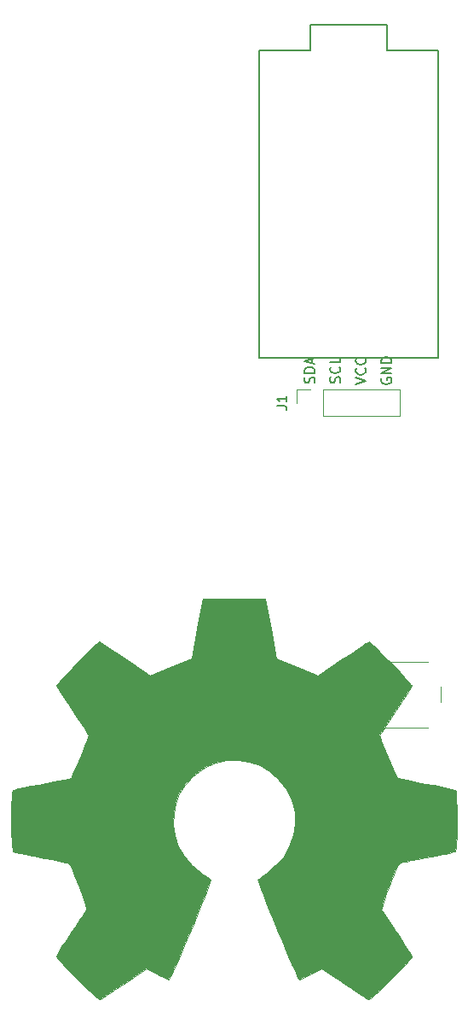
<source format=gbr>
G04 #@! TF.GenerationSoftware,KiCad,Pcbnew,(5.1.5)-3*
G04 #@! TF.CreationDate,2020-01-22T10:49:56+00:00*
G04 #@! TF.ProjectId,macro20,6d616372-6f32-4302-9e6b-696361645f70,rev?*
G04 #@! TF.SameCoordinates,Original*
G04 #@! TF.FileFunction,Legend,Top*
G04 #@! TF.FilePolarity,Positive*
%FSLAX46Y46*%
G04 Gerber Fmt 4.6, Leading zero omitted, Abs format (unit mm)*
G04 Created by KiCad (PCBNEW (5.1.5)-3) date 2020-01-22 10:49:56*
%MOMM*%
%LPD*%
G04 APERTURE LIST*
%ADD10C,0.150000*%
%ADD11C,0.010000*%
%ADD12C,0.120000*%
G04 APERTURE END LIST*
D10*
X152804761Y-85669285D02*
X152852380Y-85526428D01*
X152852380Y-85288333D01*
X152804761Y-85193095D01*
X152757142Y-85145476D01*
X152661904Y-85097857D01*
X152566666Y-85097857D01*
X152471428Y-85145476D01*
X152423809Y-85193095D01*
X152376190Y-85288333D01*
X152328571Y-85478809D01*
X152280952Y-85574047D01*
X152233333Y-85621666D01*
X152138095Y-85669285D01*
X152042857Y-85669285D01*
X151947619Y-85621666D01*
X151900000Y-85574047D01*
X151852380Y-85478809D01*
X151852380Y-85240714D01*
X151900000Y-85097857D01*
X152852380Y-84669285D02*
X151852380Y-84669285D01*
X151852380Y-84431190D01*
X151900000Y-84288333D01*
X151995238Y-84193095D01*
X152090476Y-84145476D01*
X152280952Y-84097857D01*
X152423809Y-84097857D01*
X152614285Y-84145476D01*
X152709523Y-84193095D01*
X152804761Y-84288333D01*
X152852380Y-84431190D01*
X152852380Y-84669285D01*
X152566666Y-83716904D02*
X152566666Y-83240714D01*
X152852380Y-83812142D02*
X151852380Y-83478809D01*
X152852380Y-83145476D01*
X155344761Y-85645476D02*
X155392380Y-85502619D01*
X155392380Y-85264523D01*
X155344761Y-85169285D01*
X155297142Y-85121666D01*
X155201904Y-85074047D01*
X155106666Y-85074047D01*
X155011428Y-85121666D01*
X154963809Y-85169285D01*
X154916190Y-85264523D01*
X154868571Y-85455000D01*
X154820952Y-85550238D01*
X154773333Y-85597857D01*
X154678095Y-85645476D01*
X154582857Y-85645476D01*
X154487619Y-85597857D01*
X154440000Y-85550238D01*
X154392380Y-85455000D01*
X154392380Y-85216904D01*
X154440000Y-85074047D01*
X155297142Y-84074047D02*
X155344761Y-84121666D01*
X155392380Y-84264523D01*
X155392380Y-84359761D01*
X155344761Y-84502619D01*
X155249523Y-84597857D01*
X155154285Y-84645476D01*
X154963809Y-84693095D01*
X154820952Y-84693095D01*
X154630476Y-84645476D01*
X154535238Y-84597857D01*
X154440000Y-84502619D01*
X154392380Y-84359761D01*
X154392380Y-84264523D01*
X154440000Y-84121666D01*
X154487619Y-84074047D01*
X155392380Y-83169285D02*
X155392380Y-83645476D01*
X154392380Y-83645476D01*
X156932380Y-85788333D02*
X157932380Y-85455000D01*
X156932380Y-85121666D01*
X157837142Y-84216904D02*
X157884761Y-84264523D01*
X157932380Y-84407380D01*
X157932380Y-84502619D01*
X157884761Y-84645476D01*
X157789523Y-84740714D01*
X157694285Y-84788333D01*
X157503809Y-84835952D01*
X157360952Y-84835952D01*
X157170476Y-84788333D01*
X157075238Y-84740714D01*
X156980000Y-84645476D01*
X156932380Y-84502619D01*
X156932380Y-84407380D01*
X156980000Y-84264523D01*
X157027619Y-84216904D01*
X157837142Y-83216904D02*
X157884761Y-83264523D01*
X157932380Y-83407380D01*
X157932380Y-83502619D01*
X157884761Y-83645476D01*
X157789523Y-83740714D01*
X157694285Y-83788333D01*
X157503809Y-83835952D01*
X157360952Y-83835952D01*
X157170476Y-83788333D01*
X157075238Y-83740714D01*
X156980000Y-83645476D01*
X156932380Y-83502619D01*
X156932380Y-83407380D01*
X156980000Y-83264523D01*
X157027619Y-83216904D01*
X159520000Y-85216904D02*
X159472380Y-85312142D01*
X159472380Y-85455000D01*
X159520000Y-85597857D01*
X159615238Y-85693095D01*
X159710476Y-85740714D01*
X159900952Y-85788333D01*
X160043809Y-85788333D01*
X160234285Y-85740714D01*
X160329523Y-85693095D01*
X160424761Y-85597857D01*
X160472380Y-85455000D01*
X160472380Y-85359761D01*
X160424761Y-85216904D01*
X160377142Y-85169285D01*
X160043809Y-85169285D01*
X160043809Y-85359761D01*
X160472380Y-84740714D02*
X159472380Y-84740714D01*
X160472380Y-84169285D01*
X159472380Y-84169285D01*
X160472380Y-83693095D02*
X159472380Y-83693095D01*
X159472380Y-83455000D01*
X159520000Y-83312142D01*
X159615238Y-83216904D01*
X159710476Y-83169285D01*
X159900952Y-83121666D01*
X160043809Y-83121666D01*
X160234285Y-83169285D01*
X160329523Y-83216904D01*
X160424761Y-83312142D01*
X160472380Y-83455000D01*
X160472380Y-83693095D01*
X165100000Y-83185000D02*
X147320000Y-83185000D01*
X165100000Y-52705000D02*
X165100000Y-83185000D01*
X160020000Y-52705000D02*
X165100000Y-52705000D01*
X160020000Y-50165000D02*
X160020000Y-52705000D01*
X152400000Y-50165000D02*
X160020000Y-50165000D01*
X152400000Y-52705000D02*
X152400000Y-50165000D01*
X147320000Y-52705000D02*
X152400000Y-52705000D01*
X147320000Y-52705000D02*
X147320000Y-83185000D01*
D11*
G36*
X148494468Y-110002133D02*
G01*
X149054634Y-112988091D01*
X151121569Y-113844326D01*
X153188503Y-114700561D01*
X155668137Y-113006163D01*
X156362564Y-112534386D01*
X156990288Y-112113151D01*
X157522017Y-111761690D01*
X157928459Y-111499234D01*
X158180320Y-111345017D01*
X158248911Y-111311765D01*
X158372475Y-111397287D01*
X158636517Y-111633718D01*
X159011441Y-111990857D01*
X159467651Y-112438500D01*
X159975551Y-112946445D01*
X160505545Y-113484491D01*
X161028037Y-114022435D01*
X161513431Y-114530074D01*
X161932132Y-114977206D01*
X162254542Y-115333629D01*
X162451067Y-115569141D01*
X162498049Y-115647958D01*
X162430434Y-115793265D01*
X162240877Y-116111602D01*
X161949307Y-116571832D01*
X161575654Y-117142817D01*
X161139850Y-117793418D01*
X160887317Y-118164505D01*
X160427025Y-118842109D01*
X160018009Y-119453578D01*
X159680111Y-119968474D01*
X159433175Y-120356362D01*
X159297042Y-120586805D01*
X159276585Y-120635233D01*
X159322959Y-120772867D01*
X159449365Y-121093639D01*
X159636730Y-121552447D01*
X159865982Y-122104193D01*
X160118048Y-122703774D01*
X160373855Y-123306092D01*
X160614330Y-123866045D01*
X160820401Y-124338533D01*
X160972996Y-124678457D01*
X161053040Y-124840715D01*
X161057765Y-124847101D01*
X161183452Y-124878082D01*
X161518180Y-124947200D01*
X162027255Y-125047661D01*
X162675981Y-125172669D01*
X163429662Y-125315429D01*
X163869394Y-125397755D01*
X164674741Y-125551843D01*
X165402158Y-125698467D01*
X166014843Y-125829604D01*
X166475996Y-125937230D01*
X166748815Y-126013323D01*
X166803659Y-126037465D01*
X166857373Y-126200871D01*
X166900712Y-126569922D01*
X166933706Y-127101460D01*
X166956385Y-127752332D01*
X166968777Y-128479380D01*
X166970912Y-129239450D01*
X166962819Y-129989384D01*
X166944528Y-130686028D01*
X166916069Y-131286226D01*
X166877469Y-131746822D01*
X166828759Y-132024659D01*
X166799545Y-132082499D01*
X166624913Y-132151826D01*
X166254876Y-132250940D01*
X165738379Y-132368196D01*
X165124370Y-132491953D01*
X164910033Y-132531989D01*
X163876627Y-132722205D01*
X163060311Y-132875394D01*
X162434111Y-132997643D01*
X161971056Y-133095042D01*
X161644172Y-133173678D01*
X161426486Y-133239641D01*
X161291026Y-133299019D01*
X161210819Y-133357901D01*
X161199597Y-133369538D01*
X161087577Y-133556998D01*
X160916689Y-133921822D01*
X160703999Y-134419335D01*
X160466567Y-135004864D01*
X160221459Y-135633738D01*
X159985737Y-136261283D01*
X159776465Y-136842825D01*
X159610705Y-137333693D01*
X159505522Y-137689212D01*
X159477978Y-137864710D01*
X159480274Y-137870858D01*
X159573602Y-138014305D01*
X159785328Y-138329925D01*
X160093202Y-138784865D01*
X160474974Y-139346275D01*
X160908396Y-139981301D01*
X161031829Y-140161762D01*
X161471942Y-140816013D01*
X161859222Y-141412954D01*
X162172573Y-141918307D01*
X162390897Y-142297793D01*
X162493099Y-142517135D01*
X162498049Y-142544082D01*
X162412181Y-142685718D01*
X162174911Y-142966303D01*
X161816741Y-143355683D01*
X161368172Y-143823701D01*
X160859706Y-144340202D01*
X160321845Y-144875030D01*
X159785090Y-145398029D01*
X159279943Y-145879045D01*
X158836905Y-146287920D01*
X158486479Y-146594501D01*
X158259165Y-146768629D01*
X158196282Y-146797059D01*
X158049910Y-146730097D01*
X157750228Y-146549496D01*
X157346052Y-146285679D01*
X157035080Y-146073335D01*
X156471614Y-145683700D01*
X155804334Y-145224921D01*
X155135016Y-144766876D01*
X154775169Y-144521731D01*
X153557168Y-143693850D01*
X152534741Y-144249376D01*
X152068951Y-144492741D01*
X151672864Y-144681902D01*
X151404864Y-144789791D01*
X151336645Y-144804804D01*
X151254614Y-144693963D01*
X151092781Y-144380746D01*
X150863225Y-143894043D01*
X150578028Y-143262746D01*
X150249272Y-142515747D01*
X149889035Y-141681937D01*
X149509400Y-140790208D01*
X149122447Y-139869452D01*
X148740258Y-138948560D01*
X148374912Y-138056423D01*
X148038491Y-137221934D01*
X147743076Y-136473984D01*
X147500747Y-135841464D01*
X147323585Y-135353267D01*
X147223671Y-135038283D01*
X147207603Y-134930104D01*
X147334959Y-134792119D01*
X147613804Y-134568126D01*
X147985842Y-134304668D01*
X148017068Y-134283823D01*
X148978644Y-133510342D01*
X149753990Y-132607953D01*
X150336387Y-131605510D01*
X150719116Y-130531869D01*
X150895457Y-129415882D01*
X150858691Y-128286405D01*
X150602099Y-127172292D01*
X150118961Y-126102396D01*
X149976818Y-125868317D01*
X149237491Y-124923090D01*
X148364066Y-124164058D01*
X147386773Y-123595170D01*
X146335842Y-123220372D01*
X145241503Y-123043611D01*
X144133986Y-123068836D01*
X143043521Y-123299992D01*
X142000339Y-123741028D01*
X141034668Y-124395892D01*
X140735957Y-124661686D01*
X139975727Y-125493694D01*
X139421754Y-126369560D01*
X139041746Y-127351329D01*
X138830103Y-128323584D01*
X138777856Y-129416707D01*
X138952073Y-130515257D01*
X139335058Y-131582100D01*
X139909113Y-132580107D01*
X140656543Y-133472145D01*
X141559652Y-134221083D01*
X141678343Y-134300027D01*
X142054369Y-134558559D01*
X142340218Y-134782560D01*
X142476879Y-134925582D01*
X142478866Y-134930104D01*
X142449527Y-135084819D01*
X142333223Y-135435954D01*
X142142040Y-135954626D01*
X141888065Y-136611947D01*
X141583382Y-137379035D01*
X141240077Y-138227002D01*
X140870236Y-139126966D01*
X140485944Y-140050039D01*
X140099287Y-140967338D01*
X139722351Y-141849977D01*
X139367221Y-142669071D01*
X139045983Y-143395736D01*
X138770722Y-144001086D01*
X138553524Y-144456235D01*
X138406475Y-144732300D01*
X138347257Y-144804804D01*
X138166308Y-144748345D01*
X137827731Y-144596922D01*
X137389911Y-144377599D01*
X137149161Y-144249376D01*
X136126735Y-143693850D01*
X134908733Y-144521731D01*
X134286971Y-144945847D01*
X133606249Y-145412577D01*
X132968345Y-145852041D01*
X132648823Y-146073335D01*
X132199427Y-146376588D01*
X131818893Y-146616902D01*
X131556859Y-146763847D01*
X131471749Y-146794911D01*
X131347872Y-146711113D01*
X131073714Y-146477180D01*
X130675853Y-146117399D01*
X130180869Y-145656060D01*
X129615341Y-145117451D01*
X129257670Y-144771627D01*
X128631916Y-144153783D01*
X128091126Y-143601169D01*
X127657161Y-143137424D01*
X127351881Y-142786186D01*
X127197149Y-142571097D01*
X127182304Y-142527448D01*
X127251192Y-142361417D01*
X127441555Y-142025711D01*
X127732277Y-141554316D01*
X128102242Y-140981222D01*
X128530334Y-140340414D01*
X128652073Y-140161762D01*
X129095659Y-139512444D01*
X129493624Y-138927843D01*
X129823719Y-138440809D01*
X130063695Y-138084194D01*
X130191302Y-137890851D01*
X130203629Y-137870858D01*
X130185193Y-137716773D01*
X130087332Y-137377995D01*
X129927111Y-136899194D01*
X129721591Y-136325045D01*
X129487837Y-135700221D01*
X129242912Y-135069394D01*
X129003878Y-134477238D01*
X128787800Y-133968425D01*
X128611740Y-133587628D01*
X128492763Y-133379520D01*
X128484305Y-133369538D01*
X128411549Y-133310062D01*
X128288667Y-133251247D01*
X128088684Y-133187004D01*
X127784629Y-133111245D01*
X127349530Y-133017881D01*
X126756413Y-132900823D01*
X125978305Y-132753983D01*
X124988234Y-132571273D01*
X124773870Y-132531989D01*
X124138539Y-132408636D01*
X123584667Y-132287964D01*
X123161203Y-132181617D01*
X122917091Y-132101238D01*
X122884358Y-132082499D01*
X122830420Y-131916366D01*
X122786576Y-131545106D01*
X122752857Y-131011877D01*
X122729292Y-130359834D01*
X122715910Y-129632133D01*
X122712741Y-128871929D01*
X122719813Y-128122379D01*
X122737156Y-127426637D01*
X122764800Y-126827861D01*
X122802774Y-126369206D01*
X122851107Y-126093827D01*
X122880244Y-126037465D01*
X123042458Y-125980612D01*
X123411837Y-125888119D01*
X123951580Y-125768010D01*
X124624886Y-125628309D01*
X125394954Y-125477038D01*
X125814508Y-125397755D01*
X126610549Y-125248217D01*
X127320425Y-125112751D01*
X127909440Y-124998152D01*
X128342901Y-124911215D01*
X128586110Y-124858735D01*
X128626137Y-124847101D01*
X128693791Y-124715928D01*
X128836801Y-124399976D01*
X129036105Y-123944383D01*
X129272641Y-123394285D01*
X129527345Y-122794823D01*
X129781156Y-122191134D01*
X130015010Y-121628355D01*
X130209846Y-121151627D01*
X130346599Y-120806085D01*
X130406208Y-120636869D01*
X130407317Y-120629473D01*
X130339742Y-120495985D01*
X130150292Y-120188798D01*
X129858879Y-119738442D01*
X129485416Y-119175449D01*
X129049813Y-118530348D01*
X128796585Y-118159804D01*
X128335159Y-117480385D01*
X127925327Y-116863544D01*
X127587085Y-116340486D01*
X127340431Y-115942413D01*
X127205361Y-115700532D01*
X127185854Y-115646308D01*
X127269711Y-115520098D01*
X127501540Y-115250620D01*
X127851727Y-114868062D01*
X128290658Y-114402616D01*
X128788718Y-113884472D01*
X129316295Y-113343819D01*
X129843773Y-112810847D01*
X130341539Y-112315747D01*
X130779980Y-111888709D01*
X131129480Y-111559923D01*
X131360426Y-111359578D01*
X131437687Y-111311765D01*
X131563486Y-111378997D01*
X131864370Y-111567876D01*
X132311085Y-111859176D01*
X132874377Y-112233668D01*
X133524992Y-112672126D01*
X134015766Y-113006163D01*
X136495399Y-114700561D01*
X138562334Y-113844326D01*
X140629268Y-112988091D01*
X141189434Y-110002133D01*
X141749600Y-107016176D01*
X147934303Y-107016176D01*
X148494468Y-110002133D01*
G37*
X148494468Y-110002133D02*
X149054634Y-112988091D01*
X151121569Y-113844326D01*
X153188503Y-114700561D01*
X155668137Y-113006163D01*
X156362564Y-112534386D01*
X156990288Y-112113151D01*
X157522017Y-111761690D01*
X157928459Y-111499234D01*
X158180320Y-111345017D01*
X158248911Y-111311765D01*
X158372475Y-111397287D01*
X158636517Y-111633718D01*
X159011441Y-111990857D01*
X159467651Y-112438500D01*
X159975551Y-112946445D01*
X160505545Y-113484491D01*
X161028037Y-114022435D01*
X161513431Y-114530074D01*
X161932132Y-114977206D01*
X162254542Y-115333629D01*
X162451067Y-115569141D01*
X162498049Y-115647958D01*
X162430434Y-115793265D01*
X162240877Y-116111602D01*
X161949307Y-116571832D01*
X161575654Y-117142817D01*
X161139850Y-117793418D01*
X160887317Y-118164505D01*
X160427025Y-118842109D01*
X160018009Y-119453578D01*
X159680111Y-119968474D01*
X159433175Y-120356362D01*
X159297042Y-120586805D01*
X159276585Y-120635233D01*
X159322959Y-120772867D01*
X159449365Y-121093639D01*
X159636730Y-121552447D01*
X159865982Y-122104193D01*
X160118048Y-122703774D01*
X160373855Y-123306092D01*
X160614330Y-123866045D01*
X160820401Y-124338533D01*
X160972996Y-124678457D01*
X161053040Y-124840715D01*
X161057765Y-124847101D01*
X161183452Y-124878082D01*
X161518180Y-124947200D01*
X162027255Y-125047661D01*
X162675981Y-125172669D01*
X163429662Y-125315429D01*
X163869394Y-125397755D01*
X164674741Y-125551843D01*
X165402158Y-125698467D01*
X166014843Y-125829604D01*
X166475996Y-125937230D01*
X166748815Y-126013323D01*
X166803659Y-126037465D01*
X166857373Y-126200871D01*
X166900712Y-126569922D01*
X166933706Y-127101460D01*
X166956385Y-127752332D01*
X166968777Y-128479380D01*
X166970912Y-129239450D01*
X166962819Y-129989384D01*
X166944528Y-130686028D01*
X166916069Y-131286226D01*
X166877469Y-131746822D01*
X166828759Y-132024659D01*
X166799545Y-132082499D01*
X166624913Y-132151826D01*
X166254876Y-132250940D01*
X165738379Y-132368196D01*
X165124370Y-132491953D01*
X164910033Y-132531989D01*
X163876627Y-132722205D01*
X163060311Y-132875394D01*
X162434111Y-132997643D01*
X161971056Y-133095042D01*
X161644172Y-133173678D01*
X161426486Y-133239641D01*
X161291026Y-133299019D01*
X161210819Y-133357901D01*
X161199597Y-133369538D01*
X161087577Y-133556998D01*
X160916689Y-133921822D01*
X160703999Y-134419335D01*
X160466567Y-135004864D01*
X160221459Y-135633738D01*
X159985737Y-136261283D01*
X159776465Y-136842825D01*
X159610705Y-137333693D01*
X159505522Y-137689212D01*
X159477978Y-137864710D01*
X159480274Y-137870858D01*
X159573602Y-138014305D01*
X159785328Y-138329925D01*
X160093202Y-138784865D01*
X160474974Y-139346275D01*
X160908396Y-139981301D01*
X161031829Y-140161762D01*
X161471942Y-140816013D01*
X161859222Y-141412954D01*
X162172573Y-141918307D01*
X162390897Y-142297793D01*
X162493099Y-142517135D01*
X162498049Y-142544082D01*
X162412181Y-142685718D01*
X162174911Y-142966303D01*
X161816741Y-143355683D01*
X161368172Y-143823701D01*
X160859706Y-144340202D01*
X160321845Y-144875030D01*
X159785090Y-145398029D01*
X159279943Y-145879045D01*
X158836905Y-146287920D01*
X158486479Y-146594501D01*
X158259165Y-146768629D01*
X158196282Y-146797059D01*
X158049910Y-146730097D01*
X157750228Y-146549496D01*
X157346052Y-146285679D01*
X157035080Y-146073335D01*
X156471614Y-145683700D01*
X155804334Y-145224921D01*
X155135016Y-144766876D01*
X154775169Y-144521731D01*
X153557168Y-143693850D01*
X152534741Y-144249376D01*
X152068951Y-144492741D01*
X151672864Y-144681902D01*
X151404864Y-144789791D01*
X151336645Y-144804804D01*
X151254614Y-144693963D01*
X151092781Y-144380746D01*
X150863225Y-143894043D01*
X150578028Y-143262746D01*
X150249272Y-142515747D01*
X149889035Y-141681937D01*
X149509400Y-140790208D01*
X149122447Y-139869452D01*
X148740258Y-138948560D01*
X148374912Y-138056423D01*
X148038491Y-137221934D01*
X147743076Y-136473984D01*
X147500747Y-135841464D01*
X147323585Y-135353267D01*
X147223671Y-135038283D01*
X147207603Y-134930104D01*
X147334959Y-134792119D01*
X147613804Y-134568126D01*
X147985842Y-134304668D01*
X148017068Y-134283823D01*
X148978644Y-133510342D01*
X149753990Y-132607953D01*
X150336387Y-131605510D01*
X150719116Y-130531869D01*
X150895457Y-129415882D01*
X150858691Y-128286405D01*
X150602099Y-127172292D01*
X150118961Y-126102396D01*
X149976818Y-125868317D01*
X149237491Y-124923090D01*
X148364066Y-124164058D01*
X147386773Y-123595170D01*
X146335842Y-123220372D01*
X145241503Y-123043611D01*
X144133986Y-123068836D01*
X143043521Y-123299992D01*
X142000339Y-123741028D01*
X141034668Y-124395892D01*
X140735957Y-124661686D01*
X139975727Y-125493694D01*
X139421754Y-126369560D01*
X139041746Y-127351329D01*
X138830103Y-128323584D01*
X138777856Y-129416707D01*
X138952073Y-130515257D01*
X139335058Y-131582100D01*
X139909113Y-132580107D01*
X140656543Y-133472145D01*
X141559652Y-134221083D01*
X141678343Y-134300027D01*
X142054369Y-134558559D01*
X142340218Y-134782560D01*
X142476879Y-134925582D01*
X142478866Y-134930104D01*
X142449527Y-135084819D01*
X142333223Y-135435954D01*
X142142040Y-135954626D01*
X141888065Y-136611947D01*
X141583382Y-137379035D01*
X141240077Y-138227002D01*
X140870236Y-139126966D01*
X140485944Y-140050039D01*
X140099287Y-140967338D01*
X139722351Y-141849977D01*
X139367221Y-142669071D01*
X139045983Y-143395736D01*
X138770722Y-144001086D01*
X138553524Y-144456235D01*
X138406475Y-144732300D01*
X138347257Y-144804804D01*
X138166308Y-144748345D01*
X137827731Y-144596922D01*
X137389911Y-144377599D01*
X137149161Y-144249376D01*
X136126735Y-143693850D01*
X134908733Y-144521731D01*
X134286971Y-144945847D01*
X133606249Y-145412577D01*
X132968345Y-145852041D01*
X132648823Y-146073335D01*
X132199427Y-146376588D01*
X131818893Y-146616902D01*
X131556859Y-146763847D01*
X131471749Y-146794911D01*
X131347872Y-146711113D01*
X131073714Y-146477180D01*
X130675853Y-146117399D01*
X130180869Y-145656060D01*
X129615341Y-145117451D01*
X129257670Y-144771627D01*
X128631916Y-144153783D01*
X128091126Y-143601169D01*
X127657161Y-143137424D01*
X127351881Y-142786186D01*
X127197149Y-142571097D01*
X127182304Y-142527448D01*
X127251192Y-142361417D01*
X127441555Y-142025711D01*
X127732277Y-141554316D01*
X128102242Y-140981222D01*
X128530334Y-140340414D01*
X128652073Y-140161762D01*
X129095659Y-139512444D01*
X129493624Y-138927843D01*
X129823719Y-138440809D01*
X130063695Y-138084194D01*
X130191302Y-137890851D01*
X130203629Y-137870858D01*
X130185193Y-137716773D01*
X130087332Y-137377995D01*
X129927111Y-136899194D01*
X129721591Y-136325045D01*
X129487837Y-135700221D01*
X129242912Y-135069394D01*
X129003878Y-134477238D01*
X128787800Y-133968425D01*
X128611740Y-133587628D01*
X128492763Y-133379520D01*
X128484305Y-133369538D01*
X128411549Y-133310062D01*
X128288667Y-133251247D01*
X128088684Y-133187004D01*
X127784629Y-133111245D01*
X127349530Y-133017881D01*
X126756413Y-132900823D01*
X125978305Y-132753983D01*
X124988234Y-132571273D01*
X124773870Y-132531989D01*
X124138539Y-132408636D01*
X123584667Y-132287964D01*
X123161203Y-132181617D01*
X122917091Y-132101238D01*
X122884358Y-132082499D01*
X122830420Y-131916366D01*
X122786576Y-131545106D01*
X122752857Y-131011877D01*
X122729292Y-130359834D01*
X122715910Y-129632133D01*
X122712741Y-128871929D01*
X122719813Y-128122379D01*
X122737156Y-127426637D01*
X122764800Y-126827861D01*
X122802774Y-126369206D01*
X122851107Y-126093827D01*
X122880244Y-126037465D01*
X123042458Y-125980612D01*
X123411837Y-125888119D01*
X123951580Y-125768010D01*
X124624886Y-125628309D01*
X125394954Y-125477038D01*
X125814508Y-125397755D01*
X126610549Y-125248217D01*
X127320425Y-125112751D01*
X127909440Y-124998152D01*
X128342901Y-124911215D01*
X128586110Y-124858735D01*
X128626137Y-124847101D01*
X128693791Y-124715928D01*
X128836801Y-124399976D01*
X129036105Y-123944383D01*
X129272641Y-123394285D01*
X129527345Y-122794823D01*
X129781156Y-122191134D01*
X130015010Y-121628355D01*
X130209846Y-121151627D01*
X130346599Y-120806085D01*
X130406208Y-120636869D01*
X130407317Y-120629473D01*
X130339742Y-120495985D01*
X130150292Y-120188798D01*
X129858879Y-119738442D01*
X129485416Y-119175449D01*
X129049813Y-118530348D01*
X128796585Y-118159804D01*
X128335159Y-117480385D01*
X127925327Y-116863544D01*
X127587085Y-116340486D01*
X127340431Y-115942413D01*
X127205361Y-115700532D01*
X127185854Y-115646308D01*
X127269711Y-115520098D01*
X127501540Y-115250620D01*
X127851727Y-114868062D01*
X128290658Y-114402616D01*
X128788718Y-113884472D01*
X129316295Y-113343819D01*
X129843773Y-112810847D01*
X130341539Y-112315747D01*
X130779980Y-111888709D01*
X131129480Y-111559923D01*
X131360426Y-111359578D01*
X131437687Y-111311765D01*
X131563486Y-111378997D01*
X131864370Y-111567876D01*
X132311085Y-111859176D01*
X132874377Y-112233668D01*
X133524992Y-112672126D01*
X134015766Y-113006163D01*
X136495399Y-114700561D01*
X138562334Y-113844326D01*
X140629268Y-112988091D01*
X141189434Y-110002133D01*
X141749600Y-107016176D01*
X147934303Y-107016176D01*
X148494468Y-110002133D01*
D12*
X151070000Y-87630000D02*
X151070000Y-86300000D01*
X151070000Y-86300000D02*
X152400000Y-86300000D01*
X153670000Y-86300000D02*
X161350000Y-86300000D01*
X161350000Y-88960000D02*
X161350000Y-86300000D01*
X153670000Y-88960000D02*
X161350000Y-88960000D01*
X153670000Y-88960000D02*
X153670000Y-86300000D01*
X165350000Y-117300000D02*
X165350000Y-115800000D01*
X164100000Y-113300000D02*
X159600000Y-113300000D01*
X158350000Y-115800000D02*
X158350000Y-117300000D01*
X159600000Y-119800000D02*
X164100000Y-119800000D01*
D10*
X149082380Y-87963333D02*
X149796666Y-87963333D01*
X149939523Y-88010952D01*
X150034761Y-88106190D01*
X150082380Y-88249047D01*
X150082380Y-88344285D01*
X150082380Y-86963333D02*
X150082380Y-87534761D01*
X150082380Y-87249047D02*
X149082380Y-87249047D01*
X149225238Y-87344285D01*
X149320476Y-87439523D01*
X149368095Y-87534761D01*
M02*

</source>
